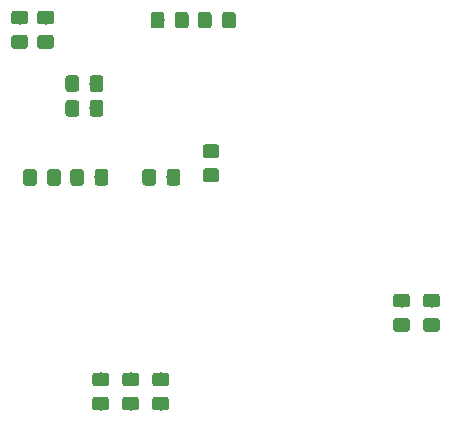
<source format=gbr>
G04 #@! TF.GenerationSoftware,KiCad,Pcbnew,(5.0.1)-3*
G04 #@! TF.CreationDate,2020-01-29T22:52:33+00:00*
G04 #@! TF.ProjectId,SSv2 Power Board,5353763220506F77657220426F617264,rev?*
G04 #@! TF.SameCoordinates,Original*
G04 #@! TF.FileFunction,Paste,Bot*
G04 #@! TF.FilePolarity,Positive*
%FSLAX46Y46*%
G04 Gerber Fmt 4.6, Leading zero omitted, Abs format (unit mm)*
G04 Created by KiCad (PCBNEW (5.0.1)-3) date 29/01/2020 22:52:33*
%MOMM*%
%LPD*%
G01*
G04 APERTURE LIST*
%ADD10C,0.100000*%
%ADD11C,1.150000*%
G04 APERTURE END LIST*
D10*
G04 #@! TO.C,C58*
G36*
X93535697Y-55036243D02*
X93559965Y-55039843D01*
X93583764Y-55045804D01*
X93606863Y-55054069D01*
X93629042Y-55064559D01*
X93650085Y-55077171D01*
X93669791Y-55091786D01*
X93687969Y-55108262D01*
X93704445Y-55126440D01*
X93719060Y-55146146D01*
X93731672Y-55167189D01*
X93742162Y-55189368D01*
X93750427Y-55212467D01*
X93756388Y-55236266D01*
X93759988Y-55260534D01*
X93761192Y-55285038D01*
X93761192Y-55935040D01*
X93759988Y-55959544D01*
X93756388Y-55983812D01*
X93750427Y-56007611D01*
X93742162Y-56030710D01*
X93731672Y-56052889D01*
X93719060Y-56073932D01*
X93704445Y-56093638D01*
X93687969Y-56111816D01*
X93669791Y-56128292D01*
X93650085Y-56142907D01*
X93629042Y-56155519D01*
X93606863Y-56166009D01*
X93583764Y-56174274D01*
X93559965Y-56180235D01*
X93535697Y-56183835D01*
X93511193Y-56185039D01*
X92611191Y-56185039D01*
X92586687Y-56183835D01*
X92562419Y-56180235D01*
X92538620Y-56174274D01*
X92515521Y-56166009D01*
X92493342Y-56155519D01*
X92472299Y-56142907D01*
X92452593Y-56128292D01*
X92434415Y-56111816D01*
X92417939Y-56093638D01*
X92403324Y-56073932D01*
X92390712Y-56052889D01*
X92380222Y-56030710D01*
X92371957Y-56007611D01*
X92365996Y-55983812D01*
X92362396Y-55959544D01*
X92361192Y-55935040D01*
X92361192Y-55285038D01*
X92362396Y-55260534D01*
X92365996Y-55236266D01*
X92371957Y-55212467D01*
X92380222Y-55189368D01*
X92390712Y-55167189D01*
X92403324Y-55146146D01*
X92417939Y-55126440D01*
X92434415Y-55108262D01*
X92452593Y-55091786D01*
X92472299Y-55077171D01*
X92493342Y-55064559D01*
X92515521Y-55054069D01*
X92538620Y-55045804D01*
X92562419Y-55039843D01*
X92586687Y-55036243D01*
X92611191Y-55035039D01*
X93511193Y-55035039D01*
X93535697Y-55036243D01*
X93535697Y-55036243D01*
G37*
D11*
X93061192Y-55610039D03*
D10*
G36*
X93535697Y-52986243D02*
X93559965Y-52989843D01*
X93583764Y-52995804D01*
X93606863Y-53004069D01*
X93629042Y-53014559D01*
X93650085Y-53027171D01*
X93669791Y-53041786D01*
X93687969Y-53058262D01*
X93704445Y-53076440D01*
X93719060Y-53096146D01*
X93731672Y-53117189D01*
X93742162Y-53139368D01*
X93750427Y-53162467D01*
X93756388Y-53186266D01*
X93759988Y-53210534D01*
X93761192Y-53235038D01*
X93761192Y-53885040D01*
X93759988Y-53909544D01*
X93756388Y-53933812D01*
X93750427Y-53957611D01*
X93742162Y-53980710D01*
X93731672Y-54002889D01*
X93719060Y-54023932D01*
X93704445Y-54043638D01*
X93687969Y-54061816D01*
X93669791Y-54078292D01*
X93650085Y-54092907D01*
X93629042Y-54105519D01*
X93606863Y-54116009D01*
X93583764Y-54124274D01*
X93559965Y-54130235D01*
X93535697Y-54133835D01*
X93511193Y-54135039D01*
X92611191Y-54135039D01*
X92586687Y-54133835D01*
X92562419Y-54130235D01*
X92538620Y-54124274D01*
X92515521Y-54116009D01*
X92493342Y-54105519D01*
X92472299Y-54092907D01*
X92452593Y-54078292D01*
X92434415Y-54061816D01*
X92417939Y-54043638D01*
X92403324Y-54023932D01*
X92390712Y-54002889D01*
X92380222Y-53980710D01*
X92371957Y-53957611D01*
X92365996Y-53933812D01*
X92362396Y-53909544D01*
X92361192Y-53885040D01*
X92361192Y-53235038D01*
X92362396Y-53210534D01*
X92365996Y-53186266D01*
X92371957Y-53162467D01*
X92380222Y-53139368D01*
X92390712Y-53117189D01*
X92403324Y-53096146D01*
X92417939Y-53076440D01*
X92434415Y-53058262D01*
X92452593Y-53041786D01*
X92472299Y-53027171D01*
X92493342Y-53014559D01*
X92515521Y-53004069D01*
X92538620Y-52995804D01*
X92562419Y-52989843D01*
X92586687Y-52986243D01*
X92611191Y-52985039D01*
X93511193Y-52985039D01*
X93535697Y-52986243D01*
X93535697Y-52986243D01*
G37*
D11*
X93061192Y-53560039D03*
G04 #@! TD*
D10*
G04 #@! TO.C,C59*
G36*
X96335697Y-66386243D02*
X96359965Y-66389843D01*
X96383764Y-66395804D01*
X96406863Y-66404069D01*
X96429042Y-66414559D01*
X96450085Y-66427171D01*
X96469791Y-66441786D01*
X96487969Y-66458262D01*
X96504445Y-66476440D01*
X96519060Y-66496146D01*
X96531672Y-66517189D01*
X96542162Y-66539368D01*
X96550427Y-66562467D01*
X96556388Y-66586266D01*
X96559988Y-66610534D01*
X96561192Y-66635038D01*
X96561192Y-67535040D01*
X96559988Y-67559544D01*
X96556388Y-67583812D01*
X96550427Y-67607611D01*
X96542162Y-67630710D01*
X96531672Y-67652889D01*
X96519060Y-67673932D01*
X96504445Y-67693638D01*
X96487969Y-67711816D01*
X96469791Y-67728292D01*
X96450085Y-67742907D01*
X96429042Y-67755519D01*
X96406863Y-67766009D01*
X96383764Y-67774274D01*
X96359965Y-67780235D01*
X96335697Y-67783835D01*
X96311193Y-67785039D01*
X95661191Y-67785039D01*
X95636687Y-67783835D01*
X95612419Y-67780235D01*
X95588620Y-67774274D01*
X95565521Y-67766009D01*
X95543342Y-67755519D01*
X95522299Y-67742907D01*
X95502593Y-67728292D01*
X95484415Y-67711816D01*
X95467939Y-67693638D01*
X95453324Y-67673932D01*
X95440712Y-67652889D01*
X95430222Y-67630710D01*
X95421957Y-67607611D01*
X95415996Y-67583812D01*
X95412396Y-67559544D01*
X95411192Y-67535040D01*
X95411192Y-66635038D01*
X95412396Y-66610534D01*
X95415996Y-66586266D01*
X95421957Y-66562467D01*
X95430222Y-66539368D01*
X95440712Y-66517189D01*
X95453324Y-66496146D01*
X95467939Y-66476440D01*
X95484415Y-66458262D01*
X95502593Y-66441786D01*
X95522299Y-66427171D01*
X95543342Y-66414559D01*
X95565521Y-66404069D01*
X95588620Y-66395804D01*
X95612419Y-66389843D01*
X95636687Y-66386243D01*
X95661191Y-66385039D01*
X96311193Y-66385039D01*
X96335697Y-66386243D01*
X96335697Y-66386243D01*
G37*
D11*
X95986192Y-67085039D03*
D10*
G36*
X94285697Y-66386243D02*
X94309965Y-66389843D01*
X94333764Y-66395804D01*
X94356863Y-66404069D01*
X94379042Y-66414559D01*
X94400085Y-66427171D01*
X94419791Y-66441786D01*
X94437969Y-66458262D01*
X94454445Y-66476440D01*
X94469060Y-66496146D01*
X94481672Y-66517189D01*
X94492162Y-66539368D01*
X94500427Y-66562467D01*
X94506388Y-66586266D01*
X94509988Y-66610534D01*
X94511192Y-66635038D01*
X94511192Y-67535040D01*
X94509988Y-67559544D01*
X94506388Y-67583812D01*
X94500427Y-67607611D01*
X94492162Y-67630710D01*
X94481672Y-67652889D01*
X94469060Y-67673932D01*
X94454445Y-67693638D01*
X94437969Y-67711816D01*
X94419791Y-67728292D01*
X94400085Y-67742907D01*
X94379042Y-67755519D01*
X94356863Y-67766009D01*
X94333764Y-67774274D01*
X94309965Y-67780235D01*
X94285697Y-67783835D01*
X94261193Y-67785039D01*
X93611191Y-67785039D01*
X93586687Y-67783835D01*
X93562419Y-67780235D01*
X93538620Y-67774274D01*
X93515521Y-67766009D01*
X93493342Y-67755519D01*
X93472299Y-67742907D01*
X93452593Y-67728292D01*
X93434415Y-67711816D01*
X93417939Y-67693638D01*
X93403324Y-67673932D01*
X93390712Y-67652889D01*
X93380222Y-67630710D01*
X93371957Y-67607611D01*
X93365996Y-67583812D01*
X93362396Y-67559544D01*
X93361192Y-67535040D01*
X93361192Y-66635038D01*
X93362396Y-66610534D01*
X93365996Y-66586266D01*
X93371957Y-66562467D01*
X93380222Y-66539368D01*
X93390712Y-66517189D01*
X93403324Y-66496146D01*
X93417939Y-66476440D01*
X93434415Y-66458262D01*
X93452593Y-66441786D01*
X93472299Y-66427171D01*
X93493342Y-66414559D01*
X93515521Y-66404069D01*
X93538620Y-66395804D01*
X93562419Y-66389843D01*
X93586687Y-66386243D01*
X93611191Y-66385039D01*
X94261193Y-66385039D01*
X94285697Y-66386243D01*
X94285697Y-66386243D01*
G37*
D11*
X93936192Y-67085039D03*
G04 #@! TD*
D10*
G04 #@! TO.C,C60*
G36*
X104385697Y-66386243D02*
X104409965Y-66389843D01*
X104433764Y-66395804D01*
X104456863Y-66404069D01*
X104479042Y-66414559D01*
X104500085Y-66427171D01*
X104519791Y-66441786D01*
X104537969Y-66458262D01*
X104554445Y-66476440D01*
X104569060Y-66496146D01*
X104581672Y-66517189D01*
X104592162Y-66539368D01*
X104600427Y-66562467D01*
X104606388Y-66586266D01*
X104609988Y-66610534D01*
X104611192Y-66635038D01*
X104611192Y-67535040D01*
X104609988Y-67559544D01*
X104606388Y-67583812D01*
X104600427Y-67607611D01*
X104592162Y-67630710D01*
X104581672Y-67652889D01*
X104569060Y-67673932D01*
X104554445Y-67693638D01*
X104537969Y-67711816D01*
X104519791Y-67728292D01*
X104500085Y-67742907D01*
X104479042Y-67755519D01*
X104456863Y-67766009D01*
X104433764Y-67774274D01*
X104409965Y-67780235D01*
X104385697Y-67783835D01*
X104361193Y-67785039D01*
X103711191Y-67785039D01*
X103686687Y-67783835D01*
X103662419Y-67780235D01*
X103638620Y-67774274D01*
X103615521Y-67766009D01*
X103593342Y-67755519D01*
X103572299Y-67742907D01*
X103552593Y-67728292D01*
X103534415Y-67711816D01*
X103517939Y-67693638D01*
X103503324Y-67673932D01*
X103490712Y-67652889D01*
X103480222Y-67630710D01*
X103471957Y-67607611D01*
X103465996Y-67583812D01*
X103462396Y-67559544D01*
X103461192Y-67535040D01*
X103461192Y-66635038D01*
X103462396Y-66610534D01*
X103465996Y-66586266D01*
X103471957Y-66562467D01*
X103480222Y-66539368D01*
X103490712Y-66517189D01*
X103503324Y-66496146D01*
X103517939Y-66476440D01*
X103534415Y-66458262D01*
X103552593Y-66441786D01*
X103572299Y-66427171D01*
X103593342Y-66414559D01*
X103615521Y-66404069D01*
X103638620Y-66395804D01*
X103662419Y-66389843D01*
X103686687Y-66386243D01*
X103711191Y-66385039D01*
X104361193Y-66385039D01*
X104385697Y-66386243D01*
X104385697Y-66386243D01*
G37*
D11*
X104036192Y-67085039D03*
D10*
G36*
X106435697Y-66386243D02*
X106459965Y-66389843D01*
X106483764Y-66395804D01*
X106506863Y-66404069D01*
X106529042Y-66414559D01*
X106550085Y-66427171D01*
X106569791Y-66441786D01*
X106587969Y-66458262D01*
X106604445Y-66476440D01*
X106619060Y-66496146D01*
X106631672Y-66517189D01*
X106642162Y-66539368D01*
X106650427Y-66562467D01*
X106656388Y-66586266D01*
X106659988Y-66610534D01*
X106661192Y-66635038D01*
X106661192Y-67535040D01*
X106659988Y-67559544D01*
X106656388Y-67583812D01*
X106650427Y-67607611D01*
X106642162Y-67630710D01*
X106631672Y-67652889D01*
X106619060Y-67673932D01*
X106604445Y-67693638D01*
X106587969Y-67711816D01*
X106569791Y-67728292D01*
X106550085Y-67742907D01*
X106529042Y-67755519D01*
X106506863Y-67766009D01*
X106483764Y-67774274D01*
X106459965Y-67780235D01*
X106435697Y-67783835D01*
X106411193Y-67785039D01*
X105761191Y-67785039D01*
X105736687Y-67783835D01*
X105712419Y-67780235D01*
X105688620Y-67774274D01*
X105665521Y-67766009D01*
X105643342Y-67755519D01*
X105622299Y-67742907D01*
X105602593Y-67728292D01*
X105584415Y-67711816D01*
X105567939Y-67693638D01*
X105553324Y-67673932D01*
X105540712Y-67652889D01*
X105530222Y-67630710D01*
X105521957Y-67607611D01*
X105515996Y-67583812D01*
X105512396Y-67559544D01*
X105511192Y-67535040D01*
X105511192Y-66635038D01*
X105512396Y-66610534D01*
X105515996Y-66586266D01*
X105521957Y-66562467D01*
X105530222Y-66539368D01*
X105540712Y-66517189D01*
X105553324Y-66496146D01*
X105567939Y-66476440D01*
X105584415Y-66458262D01*
X105602593Y-66441786D01*
X105622299Y-66427171D01*
X105643342Y-66414559D01*
X105665521Y-66404069D01*
X105688620Y-66395804D01*
X105712419Y-66389843D01*
X105736687Y-66386243D01*
X105761191Y-66385039D01*
X106411193Y-66385039D01*
X106435697Y-66386243D01*
X106435697Y-66386243D01*
G37*
D11*
X106086192Y-67085039D03*
G04 #@! TD*
D10*
G04 #@! TO.C,C61*
G36*
X109085697Y-53086243D02*
X109109965Y-53089843D01*
X109133764Y-53095804D01*
X109156863Y-53104069D01*
X109179042Y-53114559D01*
X109200085Y-53127171D01*
X109219791Y-53141786D01*
X109237969Y-53158262D01*
X109254445Y-53176440D01*
X109269060Y-53196146D01*
X109281672Y-53217189D01*
X109292162Y-53239368D01*
X109300427Y-53262467D01*
X109306388Y-53286266D01*
X109309988Y-53310534D01*
X109311192Y-53335038D01*
X109311192Y-54235040D01*
X109309988Y-54259544D01*
X109306388Y-54283812D01*
X109300427Y-54307611D01*
X109292162Y-54330710D01*
X109281672Y-54352889D01*
X109269060Y-54373932D01*
X109254445Y-54393638D01*
X109237969Y-54411816D01*
X109219791Y-54428292D01*
X109200085Y-54442907D01*
X109179042Y-54455519D01*
X109156863Y-54466009D01*
X109133764Y-54474274D01*
X109109965Y-54480235D01*
X109085697Y-54483835D01*
X109061193Y-54485039D01*
X108411191Y-54485039D01*
X108386687Y-54483835D01*
X108362419Y-54480235D01*
X108338620Y-54474274D01*
X108315521Y-54466009D01*
X108293342Y-54455519D01*
X108272299Y-54442907D01*
X108252593Y-54428292D01*
X108234415Y-54411816D01*
X108217939Y-54393638D01*
X108203324Y-54373932D01*
X108190712Y-54352889D01*
X108180222Y-54330710D01*
X108171957Y-54307611D01*
X108165996Y-54283812D01*
X108162396Y-54259544D01*
X108161192Y-54235040D01*
X108161192Y-53335038D01*
X108162396Y-53310534D01*
X108165996Y-53286266D01*
X108171957Y-53262467D01*
X108180222Y-53239368D01*
X108190712Y-53217189D01*
X108203324Y-53196146D01*
X108217939Y-53176440D01*
X108234415Y-53158262D01*
X108252593Y-53141786D01*
X108272299Y-53127171D01*
X108293342Y-53114559D01*
X108315521Y-53104069D01*
X108338620Y-53095804D01*
X108362419Y-53089843D01*
X108386687Y-53086243D01*
X108411191Y-53085039D01*
X109061193Y-53085039D01*
X109085697Y-53086243D01*
X109085697Y-53086243D01*
G37*
D11*
X108736192Y-53785039D03*
D10*
G36*
X111135697Y-53086243D02*
X111159965Y-53089843D01*
X111183764Y-53095804D01*
X111206863Y-53104069D01*
X111229042Y-53114559D01*
X111250085Y-53127171D01*
X111269791Y-53141786D01*
X111287969Y-53158262D01*
X111304445Y-53176440D01*
X111319060Y-53196146D01*
X111331672Y-53217189D01*
X111342162Y-53239368D01*
X111350427Y-53262467D01*
X111356388Y-53286266D01*
X111359988Y-53310534D01*
X111361192Y-53335038D01*
X111361192Y-54235040D01*
X111359988Y-54259544D01*
X111356388Y-54283812D01*
X111350427Y-54307611D01*
X111342162Y-54330710D01*
X111331672Y-54352889D01*
X111319060Y-54373932D01*
X111304445Y-54393638D01*
X111287969Y-54411816D01*
X111269791Y-54428292D01*
X111250085Y-54442907D01*
X111229042Y-54455519D01*
X111206863Y-54466009D01*
X111183764Y-54474274D01*
X111159965Y-54480235D01*
X111135697Y-54483835D01*
X111111193Y-54485039D01*
X110461191Y-54485039D01*
X110436687Y-54483835D01*
X110412419Y-54480235D01*
X110388620Y-54474274D01*
X110365521Y-54466009D01*
X110343342Y-54455519D01*
X110322299Y-54442907D01*
X110302593Y-54428292D01*
X110284415Y-54411816D01*
X110267939Y-54393638D01*
X110253324Y-54373932D01*
X110240712Y-54352889D01*
X110230222Y-54330710D01*
X110221957Y-54307611D01*
X110215996Y-54283812D01*
X110212396Y-54259544D01*
X110211192Y-54235040D01*
X110211192Y-53335038D01*
X110212396Y-53310534D01*
X110215996Y-53286266D01*
X110221957Y-53262467D01*
X110230222Y-53239368D01*
X110240712Y-53217189D01*
X110253324Y-53196146D01*
X110267939Y-53176440D01*
X110284415Y-53158262D01*
X110302593Y-53141786D01*
X110322299Y-53127171D01*
X110343342Y-53114559D01*
X110365521Y-53104069D01*
X110388620Y-53095804D01*
X110412419Y-53089843D01*
X110436687Y-53086243D01*
X110461191Y-53085039D01*
X111111193Y-53085039D01*
X111135697Y-53086243D01*
X111135697Y-53086243D01*
G37*
D11*
X110786192Y-53785039D03*
G04 #@! TD*
D10*
G04 #@! TO.C,C66*
G36*
X95735697Y-55036243D02*
X95759965Y-55039843D01*
X95783764Y-55045804D01*
X95806863Y-55054069D01*
X95829042Y-55064559D01*
X95850085Y-55077171D01*
X95869791Y-55091786D01*
X95887969Y-55108262D01*
X95904445Y-55126440D01*
X95919060Y-55146146D01*
X95931672Y-55167189D01*
X95942162Y-55189368D01*
X95950427Y-55212467D01*
X95956388Y-55236266D01*
X95959988Y-55260534D01*
X95961192Y-55285038D01*
X95961192Y-55935040D01*
X95959988Y-55959544D01*
X95956388Y-55983812D01*
X95950427Y-56007611D01*
X95942162Y-56030710D01*
X95931672Y-56052889D01*
X95919060Y-56073932D01*
X95904445Y-56093638D01*
X95887969Y-56111816D01*
X95869791Y-56128292D01*
X95850085Y-56142907D01*
X95829042Y-56155519D01*
X95806863Y-56166009D01*
X95783764Y-56174274D01*
X95759965Y-56180235D01*
X95735697Y-56183835D01*
X95711193Y-56185039D01*
X94811191Y-56185039D01*
X94786687Y-56183835D01*
X94762419Y-56180235D01*
X94738620Y-56174274D01*
X94715521Y-56166009D01*
X94693342Y-56155519D01*
X94672299Y-56142907D01*
X94652593Y-56128292D01*
X94634415Y-56111816D01*
X94617939Y-56093638D01*
X94603324Y-56073932D01*
X94590712Y-56052889D01*
X94580222Y-56030710D01*
X94571957Y-56007611D01*
X94565996Y-55983812D01*
X94562396Y-55959544D01*
X94561192Y-55935040D01*
X94561192Y-55285038D01*
X94562396Y-55260534D01*
X94565996Y-55236266D01*
X94571957Y-55212467D01*
X94580222Y-55189368D01*
X94590712Y-55167189D01*
X94603324Y-55146146D01*
X94617939Y-55126440D01*
X94634415Y-55108262D01*
X94652593Y-55091786D01*
X94672299Y-55077171D01*
X94693342Y-55064559D01*
X94715521Y-55054069D01*
X94738620Y-55045804D01*
X94762419Y-55039843D01*
X94786687Y-55036243D01*
X94811191Y-55035039D01*
X95711193Y-55035039D01*
X95735697Y-55036243D01*
X95735697Y-55036243D01*
G37*
D11*
X95261192Y-55610039D03*
D10*
G36*
X95735697Y-52986243D02*
X95759965Y-52989843D01*
X95783764Y-52995804D01*
X95806863Y-53004069D01*
X95829042Y-53014559D01*
X95850085Y-53027171D01*
X95869791Y-53041786D01*
X95887969Y-53058262D01*
X95904445Y-53076440D01*
X95919060Y-53096146D01*
X95931672Y-53117189D01*
X95942162Y-53139368D01*
X95950427Y-53162467D01*
X95956388Y-53186266D01*
X95959988Y-53210534D01*
X95961192Y-53235038D01*
X95961192Y-53885040D01*
X95959988Y-53909544D01*
X95956388Y-53933812D01*
X95950427Y-53957611D01*
X95942162Y-53980710D01*
X95931672Y-54002889D01*
X95919060Y-54023932D01*
X95904445Y-54043638D01*
X95887969Y-54061816D01*
X95869791Y-54078292D01*
X95850085Y-54092907D01*
X95829042Y-54105519D01*
X95806863Y-54116009D01*
X95783764Y-54124274D01*
X95759965Y-54130235D01*
X95735697Y-54133835D01*
X95711193Y-54135039D01*
X94811191Y-54135039D01*
X94786687Y-54133835D01*
X94762419Y-54130235D01*
X94738620Y-54124274D01*
X94715521Y-54116009D01*
X94693342Y-54105519D01*
X94672299Y-54092907D01*
X94652593Y-54078292D01*
X94634415Y-54061816D01*
X94617939Y-54043638D01*
X94603324Y-54023932D01*
X94590712Y-54002889D01*
X94580222Y-53980710D01*
X94571957Y-53957611D01*
X94565996Y-53933812D01*
X94562396Y-53909544D01*
X94561192Y-53885040D01*
X94561192Y-53235038D01*
X94562396Y-53210534D01*
X94565996Y-53186266D01*
X94571957Y-53162467D01*
X94580222Y-53139368D01*
X94590712Y-53117189D01*
X94603324Y-53096146D01*
X94617939Y-53076440D01*
X94634415Y-53058262D01*
X94652593Y-53041786D01*
X94672299Y-53027171D01*
X94693342Y-53014559D01*
X94715521Y-53004069D01*
X94738620Y-52995804D01*
X94762419Y-52989843D01*
X94786687Y-52986243D01*
X94811191Y-52985039D01*
X95711193Y-52985039D01*
X95735697Y-52986243D01*
X95735697Y-52986243D01*
G37*
D11*
X95261192Y-53560039D03*
G04 #@! TD*
D10*
G04 #@! TO.C,C67*
G36*
X98285697Y-66386243D02*
X98309965Y-66389843D01*
X98333764Y-66395804D01*
X98356863Y-66404069D01*
X98379042Y-66414559D01*
X98400085Y-66427171D01*
X98419791Y-66441786D01*
X98437969Y-66458262D01*
X98454445Y-66476440D01*
X98469060Y-66496146D01*
X98481672Y-66517189D01*
X98492162Y-66539368D01*
X98500427Y-66562467D01*
X98506388Y-66586266D01*
X98509988Y-66610534D01*
X98511192Y-66635038D01*
X98511192Y-67535040D01*
X98509988Y-67559544D01*
X98506388Y-67583812D01*
X98500427Y-67607611D01*
X98492162Y-67630710D01*
X98481672Y-67652889D01*
X98469060Y-67673932D01*
X98454445Y-67693638D01*
X98437969Y-67711816D01*
X98419791Y-67728292D01*
X98400085Y-67742907D01*
X98379042Y-67755519D01*
X98356863Y-67766009D01*
X98333764Y-67774274D01*
X98309965Y-67780235D01*
X98285697Y-67783835D01*
X98261193Y-67785039D01*
X97611191Y-67785039D01*
X97586687Y-67783835D01*
X97562419Y-67780235D01*
X97538620Y-67774274D01*
X97515521Y-67766009D01*
X97493342Y-67755519D01*
X97472299Y-67742907D01*
X97452593Y-67728292D01*
X97434415Y-67711816D01*
X97417939Y-67693638D01*
X97403324Y-67673932D01*
X97390712Y-67652889D01*
X97380222Y-67630710D01*
X97371957Y-67607611D01*
X97365996Y-67583812D01*
X97362396Y-67559544D01*
X97361192Y-67535040D01*
X97361192Y-66635038D01*
X97362396Y-66610534D01*
X97365996Y-66586266D01*
X97371957Y-66562467D01*
X97380222Y-66539368D01*
X97390712Y-66517189D01*
X97403324Y-66496146D01*
X97417939Y-66476440D01*
X97434415Y-66458262D01*
X97452593Y-66441786D01*
X97472299Y-66427171D01*
X97493342Y-66414559D01*
X97515521Y-66404069D01*
X97538620Y-66395804D01*
X97562419Y-66389843D01*
X97586687Y-66386243D01*
X97611191Y-66385039D01*
X98261193Y-66385039D01*
X98285697Y-66386243D01*
X98285697Y-66386243D01*
G37*
D11*
X97936192Y-67085039D03*
D10*
G36*
X100335697Y-66386243D02*
X100359965Y-66389843D01*
X100383764Y-66395804D01*
X100406863Y-66404069D01*
X100429042Y-66414559D01*
X100450085Y-66427171D01*
X100469791Y-66441786D01*
X100487969Y-66458262D01*
X100504445Y-66476440D01*
X100519060Y-66496146D01*
X100531672Y-66517189D01*
X100542162Y-66539368D01*
X100550427Y-66562467D01*
X100556388Y-66586266D01*
X100559988Y-66610534D01*
X100561192Y-66635038D01*
X100561192Y-67535040D01*
X100559988Y-67559544D01*
X100556388Y-67583812D01*
X100550427Y-67607611D01*
X100542162Y-67630710D01*
X100531672Y-67652889D01*
X100519060Y-67673932D01*
X100504445Y-67693638D01*
X100487969Y-67711816D01*
X100469791Y-67728292D01*
X100450085Y-67742907D01*
X100429042Y-67755519D01*
X100406863Y-67766009D01*
X100383764Y-67774274D01*
X100359965Y-67780235D01*
X100335697Y-67783835D01*
X100311193Y-67785039D01*
X99661191Y-67785039D01*
X99636687Y-67783835D01*
X99612419Y-67780235D01*
X99588620Y-67774274D01*
X99565521Y-67766009D01*
X99543342Y-67755519D01*
X99522299Y-67742907D01*
X99502593Y-67728292D01*
X99484415Y-67711816D01*
X99467939Y-67693638D01*
X99453324Y-67673932D01*
X99440712Y-67652889D01*
X99430222Y-67630710D01*
X99421957Y-67607611D01*
X99415996Y-67583812D01*
X99412396Y-67559544D01*
X99411192Y-67535040D01*
X99411192Y-66635038D01*
X99412396Y-66610534D01*
X99415996Y-66586266D01*
X99421957Y-66562467D01*
X99430222Y-66539368D01*
X99440712Y-66517189D01*
X99453324Y-66496146D01*
X99467939Y-66476440D01*
X99484415Y-66458262D01*
X99502593Y-66441786D01*
X99522299Y-66427171D01*
X99543342Y-66414559D01*
X99565521Y-66404069D01*
X99588620Y-66395804D01*
X99612419Y-66389843D01*
X99636687Y-66386243D01*
X99661191Y-66385039D01*
X100311193Y-66385039D01*
X100335697Y-66386243D01*
X100335697Y-66386243D01*
G37*
D11*
X99986192Y-67085039D03*
G04 #@! TD*
D10*
G04 #@! TO.C,C68*
G36*
X109735697Y-64286243D02*
X109759965Y-64289843D01*
X109783764Y-64295804D01*
X109806863Y-64304069D01*
X109829042Y-64314559D01*
X109850085Y-64327171D01*
X109869791Y-64341786D01*
X109887969Y-64358262D01*
X109904445Y-64376440D01*
X109919060Y-64396146D01*
X109931672Y-64417189D01*
X109942162Y-64439368D01*
X109950427Y-64462467D01*
X109956388Y-64486266D01*
X109959988Y-64510534D01*
X109961192Y-64535038D01*
X109961192Y-65185040D01*
X109959988Y-65209544D01*
X109956388Y-65233812D01*
X109950427Y-65257611D01*
X109942162Y-65280710D01*
X109931672Y-65302889D01*
X109919060Y-65323932D01*
X109904445Y-65343638D01*
X109887969Y-65361816D01*
X109869791Y-65378292D01*
X109850085Y-65392907D01*
X109829042Y-65405519D01*
X109806863Y-65416009D01*
X109783764Y-65424274D01*
X109759965Y-65430235D01*
X109735697Y-65433835D01*
X109711193Y-65435039D01*
X108811191Y-65435039D01*
X108786687Y-65433835D01*
X108762419Y-65430235D01*
X108738620Y-65424274D01*
X108715521Y-65416009D01*
X108693342Y-65405519D01*
X108672299Y-65392907D01*
X108652593Y-65378292D01*
X108634415Y-65361816D01*
X108617939Y-65343638D01*
X108603324Y-65323932D01*
X108590712Y-65302889D01*
X108580222Y-65280710D01*
X108571957Y-65257611D01*
X108565996Y-65233812D01*
X108562396Y-65209544D01*
X108561192Y-65185040D01*
X108561192Y-64535038D01*
X108562396Y-64510534D01*
X108565996Y-64486266D01*
X108571957Y-64462467D01*
X108580222Y-64439368D01*
X108590712Y-64417189D01*
X108603324Y-64396146D01*
X108617939Y-64376440D01*
X108634415Y-64358262D01*
X108652593Y-64341786D01*
X108672299Y-64327171D01*
X108693342Y-64314559D01*
X108715521Y-64304069D01*
X108738620Y-64295804D01*
X108762419Y-64289843D01*
X108786687Y-64286243D01*
X108811191Y-64285039D01*
X109711193Y-64285039D01*
X109735697Y-64286243D01*
X109735697Y-64286243D01*
G37*
D11*
X109261192Y-64860039D03*
D10*
G36*
X109735697Y-66336243D02*
X109759965Y-66339843D01*
X109783764Y-66345804D01*
X109806863Y-66354069D01*
X109829042Y-66364559D01*
X109850085Y-66377171D01*
X109869791Y-66391786D01*
X109887969Y-66408262D01*
X109904445Y-66426440D01*
X109919060Y-66446146D01*
X109931672Y-66467189D01*
X109942162Y-66489368D01*
X109950427Y-66512467D01*
X109956388Y-66536266D01*
X109959988Y-66560534D01*
X109961192Y-66585038D01*
X109961192Y-67235040D01*
X109959988Y-67259544D01*
X109956388Y-67283812D01*
X109950427Y-67307611D01*
X109942162Y-67330710D01*
X109931672Y-67352889D01*
X109919060Y-67373932D01*
X109904445Y-67393638D01*
X109887969Y-67411816D01*
X109869791Y-67428292D01*
X109850085Y-67442907D01*
X109829042Y-67455519D01*
X109806863Y-67466009D01*
X109783764Y-67474274D01*
X109759965Y-67480235D01*
X109735697Y-67483835D01*
X109711193Y-67485039D01*
X108811191Y-67485039D01*
X108786687Y-67483835D01*
X108762419Y-67480235D01*
X108738620Y-67474274D01*
X108715521Y-67466009D01*
X108693342Y-67455519D01*
X108672299Y-67442907D01*
X108652593Y-67428292D01*
X108634415Y-67411816D01*
X108617939Y-67393638D01*
X108603324Y-67373932D01*
X108590712Y-67352889D01*
X108580222Y-67330710D01*
X108571957Y-67307611D01*
X108565996Y-67283812D01*
X108562396Y-67259544D01*
X108561192Y-67235040D01*
X108561192Y-66585038D01*
X108562396Y-66560534D01*
X108565996Y-66536266D01*
X108571957Y-66512467D01*
X108580222Y-66489368D01*
X108590712Y-66467189D01*
X108603324Y-66446146D01*
X108617939Y-66426440D01*
X108634415Y-66408262D01*
X108652593Y-66391786D01*
X108672299Y-66377171D01*
X108693342Y-66364559D01*
X108715521Y-66354069D01*
X108738620Y-66345804D01*
X108762419Y-66339843D01*
X108786687Y-66336243D01*
X108811191Y-66335039D01*
X109711193Y-66335039D01*
X109735697Y-66336243D01*
X109735697Y-66336243D01*
G37*
D11*
X109261192Y-66910039D03*
G04 #@! TD*
D10*
G04 #@! TO.C,C69*
G36*
X105085697Y-53086243D02*
X105109965Y-53089843D01*
X105133764Y-53095804D01*
X105156863Y-53104069D01*
X105179042Y-53114559D01*
X105200085Y-53127171D01*
X105219791Y-53141786D01*
X105237969Y-53158262D01*
X105254445Y-53176440D01*
X105269060Y-53196146D01*
X105281672Y-53217189D01*
X105292162Y-53239368D01*
X105300427Y-53262467D01*
X105306388Y-53286266D01*
X105309988Y-53310534D01*
X105311192Y-53335038D01*
X105311192Y-54235040D01*
X105309988Y-54259544D01*
X105306388Y-54283812D01*
X105300427Y-54307611D01*
X105292162Y-54330710D01*
X105281672Y-54352889D01*
X105269060Y-54373932D01*
X105254445Y-54393638D01*
X105237969Y-54411816D01*
X105219791Y-54428292D01*
X105200085Y-54442907D01*
X105179042Y-54455519D01*
X105156863Y-54466009D01*
X105133764Y-54474274D01*
X105109965Y-54480235D01*
X105085697Y-54483835D01*
X105061193Y-54485039D01*
X104411191Y-54485039D01*
X104386687Y-54483835D01*
X104362419Y-54480235D01*
X104338620Y-54474274D01*
X104315521Y-54466009D01*
X104293342Y-54455519D01*
X104272299Y-54442907D01*
X104252593Y-54428292D01*
X104234415Y-54411816D01*
X104217939Y-54393638D01*
X104203324Y-54373932D01*
X104190712Y-54352889D01*
X104180222Y-54330710D01*
X104171957Y-54307611D01*
X104165996Y-54283812D01*
X104162396Y-54259544D01*
X104161192Y-54235040D01*
X104161192Y-53335038D01*
X104162396Y-53310534D01*
X104165996Y-53286266D01*
X104171957Y-53262467D01*
X104180222Y-53239368D01*
X104190712Y-53217189D01*
X104203324Y-53196146D01*
X104217939Y-53176440D01*
X104234415Y-53158262D01*
X104252593Y-53141786D01*
X104272299Y-53127171D01*
X104293342Y-53114559D01*
X104315521Y-53104069D01*
X104338620Y-53095804D01*
X104362419Y-53089843D01*
X104386687Y-53086243D01*
X104411191Y-53085039D01*
X105061193Y-53085039D01*
X105085697Y-53086243D01*
X105085697Y-53086243D01*
G37*
D11*
X104736192Y-53785039D03*
D10*
G36*
X107135697Y-53086243D02*
X107159965Y-53089843D01*
X107183764Y-53095804D01*
X107206863Y-53104069D01*
X107229042Y-53114559D01*
X107250085Y-53127171D01*
X107269791Y-53141786D01*
X107287969Y-53158262D01*
X107304445Y-53176440D01*
X107319060Y-53196146D01*
X107331672Y-53217189D01*
X107342162Y-53239368D01*
X107350427Y-53262467D01*
X107356388Y-53286266D01*
X107359988Y-53310534D01*
X107361192Y-53335038D01*
X107361192Y-54235040D01*
X107359988Y-54259544D01*
X107356388Y-54283812D01*
X107350427Y-54307611D01*
X107342162Y-54330710D01*
X107331672Y-54352889D01*
X107319060Y-54373932D01*
X107304445Y-54393638D01*
X107287969Y-54411816D01*
X107269791Y-54428292D01*
X107250085Y-54442907D01*
X107229042Y-54455519D01*
X107206863Y-54466009D01*
X107183764Y-54474274D01*
X107159965Y-54480235D01*
X107135697Y-54483835D01*
X107111193Y-54485039D01*
X106461191Y-54485039D01*
X106436687Y-54483835D01*
X106412419Y-54480235D01*
X106388620Y-54474274D01*
X106365521Y-54466009D01*
X106343342Y-54455519D01*
X106322299Y-54442907D01*
X106302593Y-54428292D01*
X106284415Y-54411816D01*
X106267939Y-54393638D01*
X106253324Y-54373932D01*
X106240712Y-54352889D01*
X106230222Y-54330710D01*
X106221957Y-54307611D01*
X106215996Y-54283812D01*
X106212396Y-54259544D01*
X106211192Y-54235040D01*
X106211192Y-53335038D01*
X106212396Y-53310534D01*
X106215996Y-53286266D01*
X106221957Y-53262467D01*
X106230222Y-53239368D01*
X106240712Y-53217189D01*
X106253324Y-53196146D01*
X106267939Y-53176440D01*
X106284415Y-53158262D01*
X106302593Y-53141786D01*
X106322299Y-53127171D01*
X106343342Y-53114559D01*
X106365521Y-53104069D01*
X106388620Y-53095804D01*
X106412419Y-53089843D01*
X106436687Y-53086243D01*
X106461191Y-53085039D01*
X107111193Y-53085039D01*
X107135697Y-53086243D01*
X107135697Y-53086243D01*
G37*
D11*
X106786192Y-53785039D03*
G04 #@! TD*
D10*
G04 #@! TO.C,FB1*
G36*
X99918952Y-58448019D02*
X99943220Y-58451619D01*
X99967019Y-58457580D01*
X99990118Y-58465845D01*
X100012297Y-58476335D01*
X100033340Y-58488947D01*
X100053046Y-58503562D01*
X100071224Y-58520038D01*
X100087700Y-58538216D01*
X100102315Y-58557922D01*
X100114927Y-58578965D01*
X100125417Y-58601144D01*
X100133682Y-58624243D01*
X100139643Y-58648042D01*
X100143243Y-58672310D01*
X100144447Y-58696814D01*
X100144447Y-59596816D01*
X100143243Y-59621320D01*
X100139643Y-59645588D01*
X100133682Y-59669387D01*
X100125417Y-59692486D01*
X100114927Y-59714665D01*
X100102315Y-59735708D01*
X100087700Y-59755414D01*
X100071224Y-59773592D01*
X100053046Y-59790068D01*
X100033340Y-59804683D01*
X100012297Y-59817295D01*
X99990118Y-59827785D01*
X99967019Y-59836050D01*
X99943220Y-59842011D01*
X99918952Y-59845611D01*
X99894448Y-59846815D01*
X99244446Y-59846815D01*
X99219942Y-59845611D01*
X99195674Y-59842011D01*
X99171875Y-59836050D01*
X99148776Y-59827785D01*
X99126597Y-59817295D01*
X99105554Y-59804683D01*
X99085848Y-59790068D01*
X99067670Y-59773592D01*
X99051194Y-59755414D01*
X99036579Y-59735708D01*
X99023967Y-59714665D01*
X99013477Y-59692486D01*
X99005212Y-59669387D01*
X98999251Y-59645588D01*
X98995651Y-59621320D01*
X98994447Y-59596816D01*
X98994447Y-58696814D01*
X98995651Y-58672310D01*
X98999251Y-58648042D01*
X99005212Y-58624243D01*
X99013477Y-58601144D01*
X99023967Y-58578965D01*
X99036579Y-58557922D01*
X99051194Y-58538216D01*
X99067670Y-58520038D01*
X99085848Y-58503562D01*
X99105554Y-58488947D01*
X99126597Y-58476335D01*
X99148776Y-58465845D01*
X99171875Y-58457580D01*
X99195674Y-58451619D01*
X99219942Y-58448019D01*
X99244446Y-58446815D01*
X99894448Y-58446815D01*
X99918952Y-58448019D01*
X99918952Y-58448019D01*
G37*
D11*
X99569447Y-59146815D03*
D10*
G36*
X97868952Y-58448019D02*
X97893220Y-58451619D01*
X97917019Y-58457580D01*
X97940118Y-58465845D01*
X97962297Y-58476335D01*
X97983340Y-58488947D01*
X98003046Y-58503562D01*
X98021224Y-58520038D01*
X98037700Y-58538216D01*
X98052315Y-58557922D01*
X98064927Y-58578965D01*
X98075417Y-58601144D01*
X98083682Y-58624243D01*
X98089643Y-58648042D01*
X98093243Y-58672310D01*
X98094447Y-58696814D01*
X98094447Y-59596816D01*
X98093243Y-59621320D01*
X98089643Y-59645588D01*
X98083682Y-59669387D01*
X98075417Y-59692486D01*
X98064927Y-59714665D01*
X98052315Y-59735708D01*
X98037700Y-59755414D01*
X98021224Y-59773592D01*
X98003046Y-59790068D01*
X97983340Y-59804683D01*
X97962297Y-59817295D01*
X97940118Y-59827785D01*
X97917019Y-59836050D01*
X97893220Y-59842011D01*
X97868952Y-59845611D01*
X97844448Y-59846815D01*
X97194446Y-59846815D01*
X97169942Y-59845611D01*
X97145674Y-59842011D01*
X97121875Y-59836050D01*
X97098776Y-59827785D01*
X97076597Y-59817295D01*
X97055554Y-59804683D01*
X97035848Y-59790068D01*
X97017670Y-59773592D01*
X97001194Y-59755414D01*
X96986579Y-59735708D01*
X96973967Y-59714665D01*
X96963477Y-59692486D01*
X96955212Y-59669387D01*
X96949251Y-59645588D01*
X96945651Y-59621320D01*
X96944447Y-59596816D01*
X96944447Y-58696814D01*
X96945651Y-58672310D01*
X96949251Y-58648042D01*
X96955212Y-58624243D01*
X96963477Y-58601144D01*
X96973967Y-58578965D01*
X96986579Y-58557922D01*
X97001194Y-58538216D01*
X97017670Y-58520038D01*
X97035848Y-58503562D01*
X97055554Y-58488947D01*
X97076597Y-58476335D01*
X97098776Y-58465845D01*
X97121875Y-58457580D01*
X97145674Y-58451619D01*
X97169942Y-58448019D01*
X97194446Y-58446815D01*
X97844448Y-58446815D01*
X97868952Y-58448019D01*
X97868952Y-58448019D01*
G37*
D11*
X97519447Y-59146815D03*
G04 #@! TD*
D10*
G04 #@! TO.C,FB2*
G36*
X99918952Y-60548019D02*
X99943220Y-60551619D01*
X99967019Y-60557580D01*
X99990118Y-60565845D01*
X100012297Y-60576335D01*
X100033340Y-60588947D01*
X100053046Y-60603562D01*
X100071224Y-60620038D01*
X100087700Y-60638216D01*
X100102315Y-60657922D01*
X100114927Y-60678965D01*
X100125417Y-60701144D01*
X100133682Y-60724243D01*
X100139643Y-60748042D01*
X100143243Y-60772310D01*
X100144447Y-60796814D01*
X100144447Y-61696816D01*
X100143243Y-61721320D01*
X100139643Y-61745588D01*
X100133682Y-61769387D01*
X100125417Y-61792486D01*
X100114927Y-61814665D01*
X100102315Y-61835708D01*
X100087700Y-61855414D01*
X100071224Y-61873592D01*
X100053046Y-61890068D01*
X100033340Y-61904683D01*
X100012297Y-61917295D01*
X99990118Y-61927785D01*
X99967019Y-61936050D01*
X99943220Y-61942011D01*
X99918952Y-61945611D01*
X99894448Y-61946815D01*
X99244446Y-61946815D01*
X99219942Y-61945611D01*
X99195674Y-61942011D01*
X99171875Y-61936050D01*
X99148776Y-61927785D01*
X99126597Y-61917295D01*
X99105554Y-61904683D01*
X99085848Y-61890068D01*
X99067670Y-61873592D01*
X99051194Y-61855414D01*
X99036579Y-61835708D01*
X99023967Y-61814665D01*
X99013477Y-61792486D01*
X99005212Y-61769387D01*
X98999251Y-61745588D01*
X98995651Y-61721320D01*
X98994447Y-61696816D01*
X98994447Y-60796814D01*
X98995651Y-60772310D01*
X98999251Y-60748042D01*
X99005212Y-60724243D01*
X99013477Y-60701144D01*
X99023967Y-60678965D01*
X99036579Y-60657922D01*
X99051194Y-60638216D01*
X99067670Y-60620038D01*
X99085848Y-60603562D01*
X99105554Y-60588947D01*
X99126597Y-60576335D01*
X99148776Y-60565845D01*
X99171875Y-60557580D01*
X99195674Y-60551619D01*
X99219942Y-60548019D01*
X99244446Y-60546815D01*
X99894448Y-60546815D01*
X99918952Y-60548019D01*
X99918952Y-60548019D01*
G37*
D11*
X99569447Y-61246815D03*
D10*
G36*
X97868952Y-60548019D02*
X97893220Y-60551619D01*
X97917019Y-60557580D01*
X97940118Y-60565845D01*
X97962297Y-60576335D01*
X97983340Y-60588947D01*
X98003046Y-60603562D01*
X98021224Y-60620038D01*
X98037700Y-60638216D01*
X98052315Y-60657922D01*
X98064927Y-60678965D01*
X98075417Y-60701144D01*
X98083682Y-60724243D01*
X98089643Y-60748042D01*
X98093243Y-60772310D01*
X98094447Y-60796814D01*
X98094447Y-61696816D01*
X98093243Y-61721320D01*
X98089643Y-61745588D01*
X98083682Y-61769387D01*
X98075417Y-61792486D01*
X98064927Y-61814665D01*
X98052315Y-61835708D01*
X98037700Y-61855414D01*
X98021224Y-61873592D01*
X98003046Y-61890068D01*
X97983340Y-61904683D01*
X97962297Y-61917295D01*
X97940118Y-61927785D01*
X97917019Y-61936050D01*
X97893220Y-61942011D01*
X97868952Y-61945611D01*
X97844448Y-61946815D01*
X97194446Y-61946815D01*
X97169942Y-61945611D01*
X97145674Y-61942011D01*
X97121875Y-61936050D01*
X97098776Y-61927785D01*
X97076597Y-61917295D01*
X97055554Y-61904683D01*
X97035848Y-61890068D01*
X97017670Y-61873592D01*
X97001194Y-61855414D01*
X96986579Y-61835708D01*
X96973967Y-61814665D01*
X96963477Y-61792486D01*
X96955212Y-61769387D01*
X96949251Y-61745588D01*
X96945651Y-61721320D01*
X96944447Y-61696816D01*
X96944447Y-60796814D01*
X96945651Y-60772310D01*
X96949251Y-60748042D01*
X96955212Y-60724243D01*
X96963477Y-60701144D01*
X96973967Y-60678965D01*
X96986579Y-60657922D01*
X97001194Y-60638216D01*
X97017670Y-60620038D01*
X97035848Y-60603562D01*
X97055554Y-60588947D01*
X97076597Y-60576335D01*
X97098776Y-60565845D01*
X97121875Y-60557580D01*
X97145674Y-60551619D01*
X97169942Y-60548019D01*
X97194446Y-60546815D01*
X97844448Y-60546815D01*
X97868952Y-60548019D01*
X97868952Y-60548019D01*
G37*
D11*
X97519447Y-61246815D03*
G04 #@! TD*
D10*
G04 #@! TO.C,R65*
G36*
X100388383Y-85670151D02*
X100412651Y-85673751D01*
X100436450Y-85679712D01*
X100459549Y-85687977D01*
X100481728Y-85698467D01*
X100502771Y-85711079D01*
X100522477Y-85725694D01*
X100540655Y-85742170D01*
X100557131Y-85760348D01*
X100571746Y-85780054D01*
X100584358Y-85801097D01*
X100594848Y-85823276D01*
X100603113Y-85846375D01*
X100609074Y-85870174D01*
X100612674Y-85894442D01*
X100613878Y-85918946D01*
X100613878Y-86568948D01*
X100612674Y-86593452D01*
X100609074Y-86617720D01*
X100603113Y-86641519D01*
X100594848Y-86664618D01*
X100584358Y-86686797D01*
X100571746Y-86707840D01*
X100557131Y-86727546D01*
X100540655Y-86745724D01*
X100522477Y-86762200D01*
X100502771Y-86776815D01*
X100481728Y-86789427D01*
X100459549Y-86799917D01*
X100436450Y-86808182D01*
X100412651Y-86814143D01*
X100388383Y-86817743D01*
X100363879Y-86818947D01*
X99463877Y-86818947D01*
X99439373Y-86817743D01*
X99415105Y-86814143D01*
X99391306Y-86808182D01*
X99368207Y-86799917D01*
X99346028Y-86789427D01*
X99324985Y-86776815D01*
X99305279Y-86762200D01*
X99287101Y-86745724D01*
X99270625Y-86727546D01*
X99256010Y-86707840D01*
X99243398Y-86686797D01*
X99232908Y-86664618D01*
X99224643Y-86641519D01*
X99218682Y-86617720D01*
X99215082Y-86593452D01*
X99213878Y-86568948D01*
X99213878Y-85918946D01*
X99215082Y-85894442D01*
X99218682Y-85870174D01*
X99224643Y-85846375D01*
X99232908Y-85823276D01*
X99243398Y-85801097D01*
X99256010Y-85780054D01*
X99270625Y-85760348D01*
X99287101Y-85742170D01*
X99305279Y-85725694D01*
X99324985Y-85711079D01*
X99346028Y-85698467D01*
X99368207Y-85687977D01*
X99391306Y-85679712D01*
X99415105Y-85673751D01*
X99439373Y-85670151D01*
X99463877Y-85668947D01*
X100363879Y-85668947D01*
X100388383Y-85670151D01*
X100388383Y-85670151D01*
G37*
D11*
X99913878Y-86243947D03*
D10*
G36*
X100388383Y-83620151D02*
X100412651Y-83623751D01*
X100436450Y-83629712D01*
X100459549Y-83637977D01*
X100481728Y-83648467D01*
X100502771Y-83661079D01*
X100522477Y-83675694D01*
X100540655Y-83692170D01*
X100557131Y-83710348D01*
X100571746Y-83730054D01*
X100584358Y-83751097D01*
X100594848Y-83773276D01*
X100603113Y-83796375D01*
X100609074Y-83820174D01*
X100612674Y-83844442D01*
X100613878Y-83868946D01*
X100613878Y-84518948D01*
X100612674Y-84543452D01*
X100609074Y-84567720D01*
X100603113Y-84591519D01*
X100594848Y-84614618D01*
X100584358Y-84636797D01*
X100571746Y-84657840D01*
X100557131Y-84677546D01*
X100540655Y-84695724D01*
X100522477Y-84712200D01*
X100502771Y-84726815D01*
X100481728Y-84739427D01*
X100459549Y-84749917D01*
X100436450Y-84758182D01*
X100412651Y-84764143D01*
X100388383Y-84767743D01*
X100363879Y-84768947D01*
X99463877Y-84768947D01*
X99439373Y-84767743D01*
X99415105Y-84764143D01*
X99391306Y-84758182D01*
X99368207Y-84749917D01*
X99346028Y-84739427D01*
X99324985Y-84726815D01*
X99305279Y-84712200D01*
X99287101Y-84695724D01*
X99270625Y-84677546D01*
X99256010Y-84657840D01*
X99243398Y-84636797D01*
X99232908Y-84614618D01*
X99224643Y-84591519D01*
X99218682Y-84567720D01*
X99215082Y-84543452D01*
X99213878Y-84518948D01*
X99213878Y-83868946D01*
X99215082Y-83844442D01*
X99218682Y-83820174D01*
X99224643Y-83796375D01*
X99232908Y-83773276D01*
X99243398Y-83751097D01*
X99256010Y-83730054D01*
X99270625Y-83710348D01*
X99287101Y-83692170D01*
X99305279Y-83675694D01*
X99324985Y-83661079D01*
X99346028Y-83648467D01*
X99368207Y-83637977D01*
X99391306Y-83629712D01*
X99415105Y-83623751D01*
X99439373Y-83620151D01*
X99463877Y-83618947D01*
X100363879Y-83618947D01*
X100388383Y-83620151D01*
X100388383Y-83620151D01*
G37*
D11*
X99913878Y-84193947D03*
G04 #@! TD*
D10*
G04 #@! TO.C,R66*
G36*
X105468383Y-85670151D02*
X105492651Y-85673751D01*
X105516450Y-85679712D01*
X105539549Y-85687977D01*
X105561728Y-85698467D01*
X105582771Y-85711079D01*
X105602477Y-85725694D01*
X105620655Y-85742170D01*
X105637131Y-85760348D01*
X105651746Y-85780054D01*
X105664358Y-85801097D01*
X105674848Y-85823276D01*
X105683113Y-85846375D01*
X105689074Y-85870174D01*
X105692674Y-85894442D01*
X105693878Y-85918946D01*
X105693878Y-86568948D01*
X105692674Y-86593452D01*
X105689074Y-86617720D01*
X105683113Y-86641519D01*
X105674848Y-86664618D01*
X105664358Y-86686797D01*
X105651746Y-86707840D01*
X105637131Y-86727546D01*
X105620655Y-86745724D01*
X105602477Y-86762200D01*
X105582771Y-86776815D01*
X105561728Y-86789427D01*
X105539549Y-86799917D01*
X105516450Y-86808182D01*
X105492651Y-86814143D01*
X105468383Y-86817743D01*
X105443879Y-86818947D01*
X104543877Y-86818947D01*
X104519373Y-86817743D01*
X104495105Y-86814143D01*
X104471306Y-86808182D01*
X104448207Y-86799917D01*
X104426028Y-86789427D01*
X104404985Y-86776815D01*
X104385279Y-86762200D01*
X104367101Y-86745724D01*
X104350625Y-86727546D01*
X104336010Y-86707840D01*
X104323398Y-86686797D01*
X104312908Y-86664618D01*
X104304643Y-86641519D01*
X104298682Y-86617720D01*
X104295082Y-86593452D01*
X104293878Y-86568948D01*
X104293878Y-85918946D01*
X104295082Y-85894442D01*
X104298682Y-85870174D01*
X104304643Y-85846375D01*
X104312908Y-85823276D01*
X104323398Y-85801097D01*
X104336010Y-85780054D01*
X104350625Y-85760348D01*
X104367101Y-85742170D01*
X104385279Y-85725694D01*
X104404985Y-85711079D01*
X104426028Y-85698467D01*
X104448207Y-85687977D01*
X104471306Y-85679712D01*
X104495105Y-85673751D01*
X104519373Y-85670151D01*
X104543877Y-85668947D01*
X105443879Y-85668947D01*
X105468383Y-85670151D01*
X105468383Y-85670151D01*
G37*
D11*
X104993878Y-86243947D03*
D10*
G36*
X105468383Y-83620151D02*
X105492651Y-83623751D01*
X105516450Y-83629712D01*
X105539549Y-83637977D01*
X105561728Y-83648467D01*
X105582771Y-83661079D01*
X105602477Y-83675694D01*
X105620655Y-83692170D01*
X105637131Y-83710348D01*
X105651746Y-83730054D01*
X105664358Y-83751097D01*
X105674848Y-83773276D01*
X105683113Y-83796375D01*
X105689074Y-83820174D01*
X105692674Y-83844442D01*
X105693878Y-83868946D01*
X105693878Y-84518948D01*
X105692674Y-84543452D01*
X105689074Y-84567720D01*
X105683113Y-84591519D01*
X105674848Y-84614618D01*
X105664358Y-84636797D01*
X105651746Y-84657840D01*
X105637131Y-84677546D01*
X105620655Y-84695724D01*
X105602477Y-84712200D01*
X105582771Y-84726815D01*
X105561728Y-84739427D01*
X105539549Y-84749917D01*
X105516450Y-84758182D01*
X105492651Y-84764143D01*
X105468383Y-84767743D01*
X105443879Y-84768947D01*
X104543877Y-84768947D01*
X104519373Y-84767743D01*
X104495105Y-84764143D01*
X104471306Y-84758182D01*
X104448207Y-84749917D01*
X104426028Y-84739427D01*
X104404985Y-84726815D01*
X104385279Y-84712200D01*
X104367101Y-84695724D01*
X104350625Y-84677546D01*
X104336010Y-84657840D01*
X104323398Y-84636797D01*
X104312908Y-84614618D01*
X104304643Y-84591519D01*
X104298682Y-84567720D01*
X104295082Y-84543452D01*
X104293878Y-84518948D01*
X104293878Y-83868946D01*
X104295082Y-83844442D01*
X104298682Y-83820174D01*
X104304643Y-83796375D01*
X104312908Y-83773276D01*
X104323398Y-83751097D01*
X104336010Y-83730054D01*
X104350625Y-83710348D01*
X104367101Y-83692170D01*
X104385279Y-83675694D01*
X104404985Y-83661079D01*
X104426028Y-83648467D01*
X104448207Y-83637977D01*
X104471306Y-83629712D01*
X104495105Y-83623751D01*
X104519373Y-83620151D01*
X104543877Y-83618947D01*
X105443879Y-83618947D01*
X105468383Y-83620151D01*
X105468383Y-83620151D01*
G37*
D11*
X104993878Y-84193947D03*
G04 #@! TD*
D10*
G04 #@! TO.C,R67*
G36*
X102928383Y-85670151D02*
X102952651Y-85673751D01*
X102976450Y-85679712D01*
X102999549Y-85687977D01*
X103021728Y-85698467D01*
X103042771Y-85711079D01*
X103062477Y-85725694D01*
X103080655Y-85742170D01*
X103097131Y-85760348D01*
X103111746Y-85780054D01*
X103124358Y-85801097D01*
X103134848Y-85823276D01*
X103143113Y-85846375D01*
X103149074Y-85870174D01*
X103152674Y-85894442D01*
X103153878Y-85918946D01*
X103153878Y-86568948D01*
X103152674Y-86593452D01*
X103149074Y-86617720D01*
X103143113Y-86641519D01*
X103134848Y-86664618D01*
X103124358Y-86686797D01*
X103111746Y-86707840D01*
X103097131Y-86727546D01*
X103080655Y-86745724D01*
X103062477Y-86762200D01*
X103042771Y-86776815D01*
X103021728Y-86789427D01*
X102999549Y-86799917D01*
X102976450Y-86808182D01*
X102952651Y-86814143D01*
X102928383Y-86817743D01*
X102903879Y-86818947D01*
X102003877Y-86818947D01*
X101979373Y-86817743D01*
X101955105Y-86814143D01*
X101931306Y-86808182D01*
X101908207Y-86799917D01*
X101886028Y-86789427D01*
X101864985Y-86776815D01*
X101845279Y-86762200D01*
X101827101Y-86745724D01*
X101810625Y-86727546D01*
X101796010Y-86707840D01*
X101783398Y-86686797D01*
X101772908Y-86664618D01*
X101764643Y-86641519D01*
X101758682Y-86617720D01*
X101755082Y-86593452D01*
X101753878Y-86568948D01*
X101753878Y-85918946D01*
X101755082Y-85894442D01*
X101758682Y-85870174D01*
X101764643Y-85846375D01*
X101772908Y-85823276D01*
X101783398Y-85801097D01*
X101796010Y-85780054D01*
X101810625Y-85760348D01*
X101827101Y-85742170D01*
X101845279Y-85725694D01*
X101864985Y-85711079D01*
X101886028Y-85698467D01*
X101908207Y-85687977D01*
X101931306Y-85679712D01*
X101955105Y-85673751D01*
X101979373Y-85670151D01*
X102003877Y-85668947D01*
X102903879Y-85668947D01*
X102928383Y-85670151D01*
X102928383Y-85670151D01*
G37*
D11*
X102453878Y-86243947D03*
D10*
G36*
X102928383Y-83620151D02*
X102952651Y-83623751D01*
X102976450Y-83629712D01*
X102999549Y-83637977D01*
X103021728Y-83648467D01*
X103042771Y-83661079D01*
X103062477Y-83675694D01*
X103080655Y-83692170D01*
X103097131Y-83710348D01*
X103111746Y-83730054D01*
X103124358Y-83751097D01*
X103134848Y-83773276D01*
X103143113Y-83796375D01*
X103149074Y-83820174D01*
X103152674Y-83844442D01*
X103153878Y-83868946D01*
X103153878Y-84518948D01*
X103152674Y-84543452D01*
X103149074Y-84567720D01*
X103143113Y-84591519D01*
X103134848Y-84614618D01*
X103124358Y-84636797D01*
X103111746Y-84657840D01*
X103097131Y-84677546D01*
X103080655Y-84695724D01*
X103062477Y-84712200D01*
X103042771Y-84726815D01*
X103021728Y-84739427D01*
X102999549Y-84749917D01*
X102976450Y-84758182D01*
X102952651Y-84764143D01*
X102928383Y-84767743D01*
X102903879Y-84768947D01*
X102003877Y-84768947D01*
X101979373Y-84767743D01*
X101955105Y-84764143D01*
X101931306Y-84758182D01*
X101908207Y-84749917D01*
X101886028Y-84739427D01*
X101864985Y-84726815D01*
X101845279Y-84712200D01*
X101827101Y-84695724D01*
X101810625Y-84677546D01*
X101796010Y-84657840D01*
X101783398Y-84636797D01*
X101772908Y-84614618D01*
X101764643Y-84591519D01*
X101758682Y-84567720D01*
X101755082Y-84543452D01*
X101753878Y-84518948D01*
X101753878Y-83868946D01*
X101755082Y-83844442D01*
X101758682Y-83820174D01*
X101764643Y-83796375D01*
X101772908Y-83773276D01*
X101783398Y-83751097D01*
X101796010Y-83730054D01*
X101810625Y-83710348D01*
X101827101Y-83692170D01*
X101845279Y-83675694D01*
X101864985Y-83661079D01*
X101886028Y-83648467D01*
X101908207Y-83637977D01*
X101931306Y-83629712D01*
X101955105Y-83623751D01*
X101979373Y-83620151D01*
X102003877Y-83618947D01*
X102903879Y-83618947D01*
X102928383Y-83620151D01*
X102928383Y-83620151D01*
G37*
D11*
X102453878Y-84193947D03*
G04 #@! TD*
D10*
G04 #@! TO.C,R84*
G36*
X125875697Y-79000243D02*
X125899965Y-79003843D01*
X125923764Y-79009804D01*
X125946863Y-79018069D01*
X125969042Y-79028559D01*
X125990085Y-79041171D01*
X126009791Y-79055786D01*
X126027969Y-79072262D01*
X126044445Y-79090440D01*
X126059060Y-79110146D01*
X126071672Y-79131189D01*
X126082162Y-79153368D01*
X126090427Y-79176467D01*
X126096388Y-79200266D01*
X126099988Y-79224534D01*
X126101192Y-79249038D01*
X126101192Y-79899040D01*
X126099988Y-79923544D01*
X126096388Y-79947812D01*
X126090427Y-79971611D01*
X126082162Y-79994710D01*
X126071672Y-80016889D01*
X126059060Y-80037932D01*
X126044445Y-80057638D01*
X126027969Y-80075816D01*
X126009791Y-80092292D01*
X125990085Y-80106907D01*
X125969042Y-80119519D01*
X125946863Y-80130009D01*
X125923764Y-80138274D01*
X125899965Y-80144235D01*
X125875697Y-80147835D01*
X125851193Y-80149039D01*
X124951191Y-80149039D01*
X124926687Y-80147835D01*
X124902419Y-80144235D01*
X124878620Y-80138274D01*
X124855521Y-80130009D01*
X124833342Y-80119519D01*
X124812299Y-80106907D01*
X124792593Y-80092292D01*
X124774415Y-80075816D01*
X124757939Y-80057638D01*
X124743324Y-80037932D01*
X124730712Y-80016889D01*
X124720222Y-79994710D01*
X124711957Y-79971611D01*
X124705996Y-79947812D01*
X124702396Y-79923544D01*
X124701192Y-79899040D01*
X124701192Y-79249038D01*
X124702396Y-79224534D01*
X124705996Y-79200266D01*
X124711957Y-79176467D01*
X124720222Y-79153368D01*
X124730712Y-79131189D01*
X124743324Y-79110146D01*
X124757939Y-79090440D01*
X124774415Y-79072262D01*
X124792593Y-79055786D01*
X124812299Y-79041171D01*
X124833342Y-79028559D01*
X124855521Y-79018069D01*
X124878620Y-79009804D01*
X124902419Y-79003843D01*
X124926687Y-79000243D01*
X124951191Y-78999039D01*
X125851193Y-78999039D01*
X125875697Y-79000243D01*
X125875697Y-79000243D01*
G37*
D11*
X125401192Y-79574039D03*
D10*
G36*
X125875697Y-76950243D02*
X125899965Y-76953843D01*
X125923764Y-76959804D01*
X125946863Y-76968069D01*
X125969042Y-76978559D01*
X125990085Y-76991171D01*
X126009791Y-77005786D01*
X126027969Y-77022262D01*
X126044445Y-77040440D01*
X126059060Y-77060146D01*
X126071672Y-77081189D01*
X126082162Y-77103368D01*
X126090427Y-77126467D01*
X126096388Y-77150266D01*
X126099988Y-77174534D01*
X126101192Y-77199038D01*
X126101192Y-77849040D01*
X126099988Y-77873544D01*
X126096388Y-77897812D01*
X126090427Y-77921611D01*
X126082162Y-77944710D01*
X126071672Y-77966889D01*
X126059060Y-77987932D01*
X126044445Y-78007638D01*
X126027969Y-78025816D01*
X126009791Y-78042292D01*
X125990085Y-78056907D01*
X125969042Y-78069519D01*
X125946863Y-78080009D01*
X125923764Y-78088274D01*
X125899965Y-78094235D01*
X125875697Y-78097835D01*
X125851193Y-78099039D01*
X124951191Y-78099039D01*
X124926687Y-78097835D01*
X124902419Y-78094235D01*
X124878620Y-78088274D01*
X124855521Y-78080009D01*
X124833342Y-78069519D01*
X124812299Y-78056907D01*
X124792593Y-78042292D01*
X124774415Y-78025816D01*
X124757939Y-78007638D01*
X124743324Y-77987932D01*
X124730712Y-77966889D01*
X124720222Y-77944710D01*
X124711957Y-77921611D01*
X124705996Y-77897812D01*
X124702396Y-77873544D01*
X124701192Y-77849040D01*
X124701192Y-77199038D01*
X124702396Y-77174534D01*
X124705996Y-77150266D01*
X124711957Y-77126467D01*
X124720222Y-77103368D01*
X124730712Y-77081189D01*
X124743324Y-77060146D01*
X124757939Y-77040440D01*
X124774415Y-77022262D01*
X124792593Y-77005786D01*
X124812299Y-76991171D01*
X124833342Y-76978559D01*
X124855521Y-76968069D01*
X124878620Y-76959804D01*
X124902419Y-76953843D01*
X124926687Y-76950243D01*
X124951191Y-76949039D01*
X125851193Y-76949039D01*
X125875697Y-76950243D01*
X125875697Y-76950243D01*
G37*
D11*
X125401192Y-77524039D03*
G04 #@! TD*
D10*
G04 #@! TO.C,R85*
G36*
X128415697Y-79000243D02*
X128439965Y-79003843D01*
X128463764Y-79009804D01*
X128486863Y-79018069D01*
X128509042Y-79028559D01*
X128530085Y-79041171D01*
X128549791Y-79055786D01*
X128567969Y-79072262D01*
X128584445Y-79090440D01*
X128599060Y-79110146D01*
X128611672Y-79131189D01*
X128622162Y-79153368D01*
X128630427Y-79176467D01*
X128636388Y-79200266D01*
X128639988Y-79224534D01*
X128641192Y-79249038D01*
X128641192Y-79899040D01*
X128639988Y-79923544D01*
X128636388Y-79947812D01*
X128630427Y-79971611D01*
X128622162Y-79994710D01*
X128611672Y-80016889D01*
X128599060Y-80037932D01*
X128584445Y-80057638D01*
X128567969Y-80075816D01*
X128549791Y-80092292D01*
X128530085Y-80106907D01*
X128509042Y-80119519D01*
X128486863Y-80130009D01*
X128463764Y-80138274D01*
X128439965Y-80144235D01*
X128415697Y-80147835D01*
X128391193Y-80149039D01*
X127491191Y-80149039D01*
X127466687Y-80147835D01*
X127442419Y-80144235D01*
X127418620Y-80138274D01*
X127395521Y-80130009D01*
X127373342Y-80119519D01*
X127352299Y-80106907D01*
X127332593Y-80092292D01*
X127314415Y-80075816D01*
X127297939Y-80057638D01*
X127283324Y-80037932D01*
X127270712Y-80016889D01*
X127260222Y-79994710D01*
X127251957Y-79971611D01*
X127245996Y-79947812D01*
X127242396Y-79923544D01*
X127241192Y-79899040D01*
X127241192Y-79249038D01*
X127242396Y-79224534D01*
X127245996Y-79200266D01*
X127251957Y-79176467D01*
X127260222Y-79153368D01*
X127270712Y-79131189D01*
X127283324Y-79110146D01*
X127297939Y-79090440D01*
X127314415Y-79072262D01*
X127332593Y-79055786D01*
X127352299Y-79041171D01*
X127373342Y-79028559D01*
X127395521Y-79018069D01*
X127418620Y-79009804D01*
X127442419Y-79003843D01*
X127466687Y-79000243D01*
X127491191Y-78999039D01*
X128391193Y-78999039D01*
X128415697Y-79000243D01*
X128415697Y-79000243D01*
G37*
D11*
X127941192Y-79574039D03*
D10*
G36*
X128415697Y-76950243D02*
X128439965Y-76953843D01*
X128463764Y-76959804D01*
X128486863Y-76968069D01*
X128509042Y-76978559D01*
X128530085Y-76991171D01*
X128549791Y-77005786D01*
X128567969Y-77022262D01*
X128584445Y-77040440D01*
X128599060Y-77060146D01*
X128611672Y-77081189D01*
X128622162Y-77103368D01*
X128630427Y-77126467D01*
X128636388Y-77150266D01*
X128639988Y-77174534D01*
X128641192Y-77199038D01*
X128641192Y-77849040D01*
X128639988Y-77873544D01*
X128636388Y-77897812D01*
X128630427Y-77921611D01*
X128622162Y-77944710D01*
X128611672Y-77966889D01*
X128599060Y-77987932D01*
X128584445Y-78007638D01*
X128567969Y-78025816D01*
X128549791Y-78042292D01*
X128530085Y-78056907D01*
X128509042Y-78069519D01*
X128486863Y-78080009D01*
X128463764Y-78088274D01*
X128439965Y-78094235D01*
X128415697Y-78097835D01*
X128391193Y-78099039D01*
X127491191Y-78099039D01*
X127466687Y-78097835D01*
X127442419Y-78094235D01*
X127418620Y-78088274D01*
X127395521Y-78080009D01*
X127373342Y-78069519D01*
X127352299Y-78056907D01*
X127332593Y-78042292D01*
X127314415Y-78025816D01*
X127297939Y-78007638D01*
X127283324Y-77987932D01*
X127270712Y-77966889D01*
X127260222Y-77944710D01*
X127251957Y-77921611D01*
X127245996Y-77897812D01*
X127242396Y-77873544D01*
X127241192Y-77849040D01*
X127241192Y-77199038D01*
X127242396Y-77174534D01*
X127245996Y-77150266D01*
X127251957Y-77126467D01*
X127260222Y-77103368D01*
X127270712Y-77081189D01*
X127283324Y-77060146D01*
X127297939Y-77040440D01*
X127314415Y-77022262D01*
X127332593Y-77005786D01*
X127352299Y-76991171D01*
X127373342Y-76978559D01*
X127395521Y-76968069D01*
X127418620Y-76959804D01*
X127442419Y-76953843D01*
X127466687Y-76950243D01*
X127491191Y-76949039D01*
X128391193Y-76949039D01*
X128415697Y-76950243D01*
X128415697Y-76950243D01*
G37*
D11*
X127941192Y-77524039D03*
G04 #@! TD*
M02*

</source>
